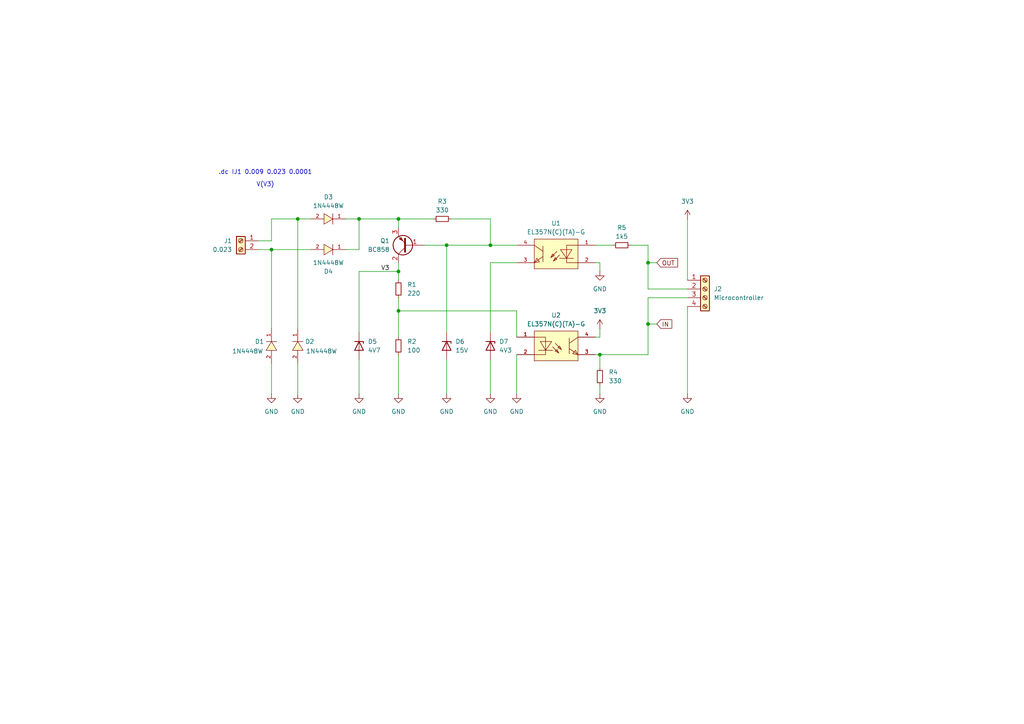
<source format=kicad_sch>
(kicad_sch (version 20231120) (generator "eeschema") (generator_version "8.0")
  (paper "A4")
  (lib_symbols
    (symbol "Connector:Screw_Terminal_01x02" (pin_names (offset 1.016) hide)
      (property "Reference" "J" (at 0 2.54 0))
      (property "Value" "Screw_Terminal_01x02" (at 0 -5.08 0))
      (symbol "Screw_Terminal_01x02_1_1"
        (rectangle (start -1.27 1.27) (end 1.27 -3.81) (stroke (width 0.254)) (fill (type background)))
        (circle (center 0 -2.54) (radius 0.635) (stroke (width 0.1524)))
        (polyline (pts (xy -0.5334 -2.2098) (xy 0.3302 -3.048)) (stroke (width 0.1524)))
        (polyline (pts (xy -0.5334 0.3302) (xy 0.3302 -0.508)) (stroke (width 0.1524)))
        (polyline (pts (xy -0.3556 -2.032) (xy 0.508 -2.8702)) (stroke (width 0.1524)))
        (polyline (pts (xy -0.3556 0.508) (xy 0.508 -0.3302)) (stroke (width 0.1524)))
        (circle (center 0 0) (radius 0.635) (stroke (width 0.1524)))
        (pin passive line (at -5.08 0 0) (length 3.81) (name "Pin_1") (number "1"))
        (pin passive line (at -5.08 -2.54 0) (length 3.81) (name "Pin_2") (number "2"))
      )
    )
    (symbol "Connector:Screw_Terminal_01x04" (pin_names (offset 1.016) hide)
      (property "Reference" "J" (at 0 5.08 0))
      (property "Value" "Screw_Terminal_01x04" (at 0 -7.62 0))
      (symbol "Screw_Terminal_01x04_1_1"
        (rectangle (start -1.27 3.81) (end 1.27 -6.35) (stroke (width 0.254)) (fill (type background)))
        (circle (center 0 -5.08) (radius 0.635) (stroke (width 0.1524)))
        (circle (center 0 -2.54) (radius 0.635) (stroke (width 0.1524)))
        (polyline (pts (xy -0.5334 -4.7498) (xy 0.3302 -5.588)) (stroke (width 0.1524)))
        (polyline (pts (xy -0.5334 -2.2098) (xy 0.3302 -3.048)) (stroke (width 0.1524)))
        (polyline (pts (xy -0.5334 0.3302) (xy 0.3302 -0.508)) (stroke (width 0.1524)))
        (polyline (pts (xy -0.5334 2.8702) (xy 0.3302 2.032)) (stroke (width 0.1524)))
        (polyline (pts (xy -0.3556 -4.572) (xy 0.508 -5.4102)) (stroke (width 0.1524)))
        (polyline (pts (xy -0.3556 -2.032) (xy 0.508 -2.8702)) (stroke (width 0.1524)))
        (polyline (pts (xy -0.3556 0.508) (xy 0.508 -0.3302)) (stroke (width 0.1524)))
        (polyline (pts (xy -0.3556 3.048) (xy 0.508 2.2098)) (stroke (width 0.1524)))
        (circle (center 0 0) (radius 0.635) (stroke (width 0.1524)))
        (circle (center 0 2.54) (radius 0.635) (stroke (width 0.1524)))
        (pin passive line (at -5.08 2.54 0) (length 3.81) (name "Pin_1") (number "1"))
        (pin passive line (at -5.08 0 0) (length 3.81) (name "Pin_2") (number "2"))
        (pin passive line (at -5.08 -2.54 0) (length 3.81) (name "Pin_3") (number "3"))
        (pin passive line (at -5.08 -5.08 0) (length 3.81) (name "Pin_4") (number "4"))
      )
    )
    (symbol "Device:D_Zener" (pin_numbers hide) (pin_names (offset 1.016) hide)
      (property "Reference" "D" (at 0 2.54 0))
      (property "Value" "D_Zener" (at 0 -2.54 0))
      (symbol "D_Zener_0_1"
        (polyline (pts (xy 1.27 0) (xy -1.27 0)))
        (polyline (pts (xy -1.27 -1.27) (xy -1.27 1.27) (xy -0.762 1.27)) (stroke (width 0.254)))
        (polyline (pts (xy 1.27 -1.27) (xy 1.27 1.27) (xy -1.27 0) (xy 1.27 -1.27)) (stroke (width 0.254)))
      )
      (symbol "D_Zener_1_1"
        (pin passive line (at -3.81 0 0) (length 2.54) (name "K") (number "1"))
        (pin passive line (at 3.81 0 180) (length 2.54) (name "A") (number "2"))
      )
    )
    (symbol "Device:Q_PNP_BCE" (pin_names (offset 0) hide)
      (property "Reference" "Q" (at 5.08 1.27 0))
      (property "Value" "Q_PNP_BCE" (at 5.08 -1.27 0))
      (symbol "Q_PNP_BCE_0_1"
        (polyline (pts (xy 0.635 0.635) (xy 2.54 2.54)))
        (polyline (pts (xy 0.635 -0.635) (xy 2.54 -2.54) (xy 2.54 -2.54)))
        (polyline (pts (xy 0.635 1.905) (xy 0.635 -1.905) (xy 0.635 -1.905)) (stroke (width 0.508)))
        (polyline (pts (xy 2.286 -1.778) (xy 1.778 -2.286) (xy 1.27 -1.27) (xy 2.286 -1.778) (xy 2.286 -1.778)) (fill (type outline)))
        (circle (center 1.27 0) (radius 2.8194) (stroke (width 0.254)))
      )
      (symbol "Q_PNP_BCE_1_1"
        (pin input line (at -5.08 0 0) (length 5.715) (name "B") (number "1"))
        (pin passive line (at 2.54 5.08 270) (length 2.54) (name "C") (number "2"))
        (pin passive line (at 2.54 -5.08 90) (length 2.54) (name "E") (number "3"))
      )
    )
    (symbol "jlcpcb-basic-resistor:0402,1.5k"
      (property "Reference" "R" (at 0.762 0.508 0))
      (property "Value" "0402,1.5k" (at 0.762 -1.016 0))
      (symbol "0402,1.5k_0_0"
        (rectangle (start -0.762 1.778) (end 0.762 -1.778) (stroke (width 0.2032)))
        (pin passive line (at 0 2.54 270) (length 0.762) (name "~") (number "1"))
        (pin passive line (at 0 -2.54 90) (length 0.762) (name "~") (number "2"))
      )
    )
    (symbol "jlcpcb-basic-resistor:0603,330"
      (property "Reference" "R" (at 0.762 0.508 0))
      (property "Value" "0603,330" (at 0.762 -1.016 0))
      (symbol "0603,330_0_0"
        (rectangle (start -0.762 1.778) (end 0.762 -1.778) (stroke (width 0.2032)))
        (pin passive line (at 0 2.54 270) (length 0.762) (name "~") (number "1"))
        (pin passive line (at 0 -2.54 90) (length 0.762) (name "~") (number "2"))
      )
    )
    (symbol "jlcpcb-basic-resistor:0805,220"
      (property "Reference" "R" (at 0.762 0.508 0))
      (property "Value" "0805,220" (at 0.762 -1.016 0))
      (symbol "0805,220_0_0"
        (rectangle (start -0.762 1.778) (end 0.762 -1.778) (stroke (width 0.2032)))
        (pin passive line (at 0 2.54 270) (length 0.762) (name "~") (number "1"))
        (pin passive line (at 0 -2.54 90) (length 0.762) (name "~") (number "2"))
      )
    )
    (symbol "jlcpcb-basic-resistor:1206,100"
      (property "Reference" "R" (at 0.762 0.508 0))
      (property "Value" "1206,100" (at 0.762 -1.016 0))
      (symbol "1206,100_0_0"
        (rectangle (start -0.762 1.778) (end 0.762 -1.778) (stroke (width 0.2032)))
        (pin passive line (at 0 2.54 270) (length 0.762) (name "~") (number "1"))
        (pin passive line (at 0 -2.54 90) (length 0.762) (name "~") (number "2"))
      )
    )
    (symbol "jlcpcb-diodes:1N4148WS_T4" (pin_names hide)
      (property "Reference" "D" (at 0 1.27 0))
      (property "Value" "1N4148WS_T4" (at 0 -2.54 0))
      (symbol "1N4148WS_T4_0_1"
        (polyline (pts (xy -1.27 -1.524) (xy -1.27 1.524)))
        (polyline (pts (xy 1.27 1.524) (xy -1.27 0) (xy 1.27 -1.524) (xy 1.27 1.524)) (fill (type background)))
        (pin unspecified line (at -5.08 0 0) (length 3.81) (name "K") (number "1"))
        (pin unspecified line (at 5.08 0 180) (length 3.81) (name "A") (number "2"))
      )
    )
    (symbol "jlcpcb-diodes:EL357N(C)(TA)-G" (pin_names hide)
      (property "Reference" "U" (at 0 1.27 0))
      (property "Value" "EL357N(C)(TA)-G" (at 0 -2.54 0))
      (symbol "EL357N(C)(TA)-G_0_1"
        (rectangle (start -6.35 4.318) (end 6.35 -4.318) (fill (type background)))
        (polyline (pts (xy -1.016 -1.27) (xy -5.08 -1.27)))
        (polyline (pts (xy -1.016 -0.254) (xy 0.762 -2.032)))
        (polyline (pts (xy -0.254 0.762) (xy 1.524 -1.016)))
        (polyline (pts (xy 3.81 -0.762) (xy 6.35 -2.54)))
        (polyline (pts (xy 3.81 2.286) (xy 3.81 -2.286)))
        (polyline (pts (xy 6.35 2.54) (xy 3.81 0.762)))
        (polyline (pts (xy -6.35 2.54) (xy -3.048 2.54) (xy -3.048 -2.54) (xy -6.35 -2.54)))
        (polyline (pts (xy -4.572 1.27) (xy -3.048 -1.27) (xy -1.27 1.27) (xy -4.572 1.27)) (fill (type background)))
        (polyline (pts (xy 0.762 -2.032) (xy 0.254 -1.016) (xy -0.254 -1.524) (xy 0.762 -2.032)) (fill (type background)))
        (polyline (pts (xy 1.524 -1.016) (xy 1.016 0) (xy 0.508 -0.508) (xy 1.524 -1.016)) (fill (type background)))
        (polyline (pts (xy 6.35 -2.54) (xy 5.588 -1.27) (xy 4.826 -2.286) (xy 6.35 -2.54)) (fill (type background)))
        (pin unspecified line (at -11.43 2.54 0) (length 5.08) (name "AN") (number "1"))
        (pin unspecified line (at -11.43 -2.54 0) (length 5.08) (name "CAT") (number "2"))
        (pin unspecified line (at 11.43 -2.54 180) (length 5.08) (name "EM") (number "3"))
        (pin unspecified line (at 11.43 2.54 180) (length 5.08) (name "COL") (number "4"))
      )
    )
    (symbol "power:+3V3" (power) (pin_numbers hide) (pin_names (offset 0) hide)
      (property "Value" "+3V3" (at 0 3.556 0))
      (symbol "+3V3_0_1"
        (polyline (pts (xy -0.762 1.27) (xy 0 2.54)))
        (polyline (pts (xy 0 0) (xy 0 2.54)))
        (polyline (pts (xy 0 2.54) (xy 0.762 1.27)))
      )
      (symbol "+3V3_1_1"
        (pin power_in line (at 0 0 90) (length 0) (name "~") (number "1"))
      )
    )
    (symbol "power:GND" (power) (pin_numbers hide) (pin_names (offset 0) hide)
      (property "Value" "GND" (at 0 -3.81 0))
      (symbol "GND_0_1"
        (polyline (pts (xy 0 0) (xy 0 -1.27) (xy 1.27 -1.27) (xy 0 -2.54) (xy -1.27 -1.27) (xy 0 -1.27)))
      )
      (symbol "GND_1_1"
        (pin power_in line (at 0 0 270) (length 0) (name "~") (number "1"))
      )
    )
  )
  (junction (at 86.36 63.5))
  (junction (at 173.99 102.87))
  (junction (at 78.74 72.39))
  (junction (at 115.57 63.5))
  (junction (at 129.54 71.12))
  (junction (at 115.57 78.74))
  (junction (at 187.96 93.98))
  (junction (at 142.24 71.12))
  (junction (at 104.14 63.5))
  (junction (at 115.57 90.17))
  (junction (at 187.96 76.2))
  (wire (pts (xy 199.39 63.5) (xy 199.39 81.28)))
  (wire (pts (xy 86.36 105.41) (xy 86.36 114.3)))
  (wire (pts (xy 74.93 69.85) (xy 78.74 69.85)))
  (wire (pts (xy 74.93 72.39) (xy 78.74 72.39)))
  (wire (pts (xy 187.96 71.12) (xy 187.96 76.2)))
  (wire (pts (xy 149.86 76.2) (xy 142.24 76.2)))
  (wire (pts (xy 104.14 78.74) (xy 104.14 96.52)))
  (wire (pts (xy 115.57 78.74) (xy 115.57 81.28)))
  (wire (pts (xy 104.14 63.5) (xy 115.57 63.5)))
  (wire (pts (xy 86.36 63.5) (xy 86.36 95.25)))
  (wire (pts (xy 187.96 93.98) (xy 187.96 86.36)))
  (wire (pts (xy 187.96 76.2) (xy 187.96 83.82)))
  (wire (pts (xy 78.74 72.39) (xy 78.74 95.25)))
  (wire (pts (xy 142.24 63.5) (xy 142.24 71.12)))
  (wire (pts (xy 182.88 71.12) (xy 187.96 71.12)))
  (wire (pts (xy 173.99 95.25) (xy 173.99 97.79)))
  (wire (pts (xy 172.72 71.12) (xy 177.8 71.12)))
  (wire (pts (xy 104.14 78.74) (xy 115.57 78.74)))
  (wire (pts (xy 104.14 63.5) (xy 104.14 72.39)))
  (wire (pts (xy 86.36 63.5) (xy 90.17 63.5)))
  (wire (pts (xy 149.86 97.79) (xy 149.86 90.17)))
  (wire (pts (xy 129.54 104.14) (xy 129.54 114.3)))
  (wire (pts (xy 100.33 72.39) (xy 104.14 72.39)))
  (wire (pts (xy 115.57 76.2) (xy 115.57 78.74)))
  (wire (pts (xy 123.19 71.12) (xy 129.54 71.12)))
  (wire (pts (xy 78.74 63.5) (xy 78.74 69.85)))
  (wire (pts (xy 187.96 86.36) (xy 199.39 86.36)))
  (wire (pts (xy 190.5 76.2) (xy 187.96 76.2)))
  (wire (pts (xy 129.54 71.12) (xy 142.24 71.12)))
  (wire (pts (xy 130.81 63.5) (xy 142.24 63.5)))
  (wire (pts (xy 142.24 71.12) (xy 149.86 71.12)))
  (wire (pts (xy 78.74 63.5) (xy 86.36 63.5)))
  (wire (pts (xy 115.57 90.17) (xy 149.86 90.17)))
  (wire (pts (xy 115.57 63.5) (xy 125.73 63.5)))
  (wire (pts (xy 199.39 88.9) (xy 199.39 114.3)))
  (wire (pts (xy 100.33 63.5) (xy 104.14 63.5)))
  (wire (pts (xy 173.99 102.87) (xy 187.96 102.87)))
  (wire (pts (xy 149.86 102.87) (xy 149.86 114.3)))
  (wire (pts (xy 172.72 102.87) (xy 173.99 102.87)))
  (wire (pts (xy 104.14 104.14) (xy 104.14 114.3)))
  (wire (pts (xy 172.72 76.2) (xy 173.99 76.2)))
  (wire (pts (xy 187.96 102.87) (xy 187.96 93.98)))
  (wire (pts (xy 129.54 96.52) (xy 129.54 71.12)))
  (wire (pts (xy 187.96 83.82) (xy 199.39 83.82)))
  (wire (pts (xy 78.74 72.39) (xy 90.17 72.39)))
  (wire (pts (xy 173.99 102.87) (xy 173.99 106.68)))
  (wire (pts (xy 142.24 76.2) (xy 142.24 96.52)))
  (wire (pts (xy 142.24 104.14) (xy 142.24 114.3)))
  (wire (pts (xy 115.57 102.87) (xy 115.57 114.3)))
  (wire (pts (xy 190.5 93.98) (xy 187.96 93.98)))
  (wire (pts (xy 173.99 76.2) (xy 173.99 78.74)))
  (wire (pts (xy 78.74 105.41) (xy 78.74 114.3)))
  (wire (pts (xy 115.57 63.5) (xy 115.57 66.04)))
  (wire (pts (xy 172.72 97.79) (xy 173.99 97.79)))
  (wire (pts (xy 173.99 111.76) (xy 173.99 114.3)))
  (wire (pts (xy 115.57 86.36) (xy 115.57 90.17)))
  (wire (pts (xy 115.57 90.17) (xy 115.57 97.79)))
  (text "V(V3)" (at 76.962 53.594 0) (effects (font (size 1.27 1.27))))
  (text ".dc IJ1 0.009 0.023 0.0001" (at 76.962 50.038 0) (effects (font (size 1.27 1.27))))
  (label "V3" (at 110.49 78.74 0))
  (global_label "IN" (shape input) (at 190.5 93.98 0) (property "Intersheetrefs" "${INTERSHEET_REFS}" (effects (hide yes))))
  (global_label "OUT" (shape input) (at 190.5 76.2 0) (property "Intersheetrefs" "${INTERSHEET_REFS}" (effects (hide yes))))
  (symbol (lib_id "Device:D_Zener") (at 142.24 100.33 270) (unit 1)
    (property "Reference" "D7" (at 144.78 99.0599 90) (effects (justify left)))
    (property "Value" "4V3" (at 144.78 101.5999 90) (effects (justify left)))
    (property "Footprint" "footprint:SOD-123_L2.7-W1.6-LS3.7-RD-1" (effects (hide yes)))
    (property "Description" "Zener diode" (effects (hide yes)))
    (property "Sim.Device" "D" (effects (hide yes)))
    (property "Sim.Pins" "1=A 2=K" (effects (hide yes)))
    (property "LCSC" "C726993" (effects (hide yes)))
    (property "Sim.Params" "bv=4.3 ibv=0.001" (effects (hide yes)))
  )
  (symbol (lib_id "jlcpcb-basic-resistor:0603,330") (at 128.27 63.5 90) (unit 1)
    (property "Reference" "R3" (at 128.27 58.42 90))
    (property "Value" "330" (at 128.27 60.96 90))
    (property "Footprint" "footprint:0603_1608Metric" (effects (hide yes)))
    (property "Datasheet" "https://datasheet.lcsc.com/lcsc/2110252130_UNI-ROYAL-Uniroyal-Elec-0603WAF3300T5E_C23138.pdf" (effects (hide yes)))
    (property "Description" "1% 1 10W Thick Film Resistors 75V   100ppm    -55    155   330   0603 Chip Resistor - Surface Mount ROHS" (effects (hide yes)))
    (property "LCSC" "C23138" (effects (hide yes)))
    (property "MFG" "UNI-ROYAL(Uniroyal Elec)" (effects (hide yes)))
    (property "MFGPN" "0603WAF3300T5E" (effects (hide yes)))
    (property "Sim.Device" "R" (effects (hide yes)))
    (property "Sim.Pins" "1=+ 2=-" (effects (hide yes)))
  )
  (symbol (lib_id "jlcpcb-basic-resistor:0402,1.5k") (at 180.34 71.12 90) (unit 1) (exclude_from_sim yes)
    (property "Reference" "R5" (at 180.34 66.04 90))
    (property "Value" "1k5" (at 180.34 68.58 90))
    (property "Footprint" "footprint:0402_1005Metric" (effects (hide yes)))
    (property "Datasheet" "https://datasheet.lcsc.com/lcsc/2110260030_UNI-ROYAL-Uniroyal-Elec-0402WGF1501TCE_C25867.pdf" (effects (hide yes)))
    (property "Description" "1% 1 16W Thick Film Resistors 50V   100ppm    -55    155   1 5k   0402 Chip Resistor - Surface Mount ROHS" (effects (hide yes)))
    (property "LCSC" "C25867" (effects (hide yes)))
    (property "MFG" "UNI-ROYAL(Uniroyal Elec)" (effects (hide yes)))
    (property "MFGPN" "0402WGF1501TCE" (effects (hide yes)))
  )
  (symbol (lib_id "power:+3V3") (at 199.39 63.5 0) (unit 1)
    (property "Reference" "#PWR011" (effects (hide yes)))
    (property "Value" "3V3" (at 199.39 58.42 0))
    (property "Description" "Power symbol creates a global label with name \"+3V3\"" (effects (hide yes)))
  )
  (symbol (lib_id "Device:D_Zener") (at 129.54 100.33 270) (unit 1)
    (property "Reference" "D6" (at 132.08 99.0599 90) (effects (justify left)))
    (property "Value" "15V" (at 132.08 101.5999 90) (effects (justify left)))
    (property "Footprint" "footprint:SOD-123_L2.7-W1.6-LS3.7-RD-1" (effects (hide yes)))
    (property "Description" "Zener diode" (effects (hide yes)))
    (property "Sim.Device" "D" (effects (hide yes)))
    (property "Sim.Pins" "1=A 2=K" (effects (hide yes)))
    (property "LCSC" " C2104" (effects (hide yes)))
    (property "Sim.Params" "bv=15 ibv=0.001" (effects (hide yes)))
  )
  (symbol (lib_id "Connector:Screw_Terminal_01x02") (at 69.85 69.85 0) (mirror y) (unit 1)
    (property "Reference" "J1" (at 67.31 69.8499 0) (effects (justify left)))
    (property "Value" "0.023" (at 67.31 72.3899 0) (effects (justify left)))
    (property "Footprint" "TerminalBlock_RND:TerminalBlock_RND_205-00001_1x02_P5.00mm_Horizontal" (effects (hide yes)))
    (property "Description" "Generic screw terminal, single row, 01x02, script generated (kicad-library-utils/schlib/autogen/connector/)" (effects (hide yes)))
    (property "Sim.Device" "I" (effects (hide yes)))
    (property "Sim.Pins" "1=+ 2=-" (effects (hide yes)))
    (property "LCSC" "C395849" (effects (hide yes)))
    (property "Sim.Type" "DC" (effects (hide yes)))
  )
  (symbol (lib_id "jlcpcb-diodes:1N4148WS_T4") (at 86.36 100.33 270) (unit 1)
    (property "Reference" "D2" (at 91.186 99.06 90) (effects (justify right)))
    (property "Value" "1N4448W" (at 97.79 101.854 90) (effects (justify right)))
    (property "Footprint" "footprint:SOD-123_L2.7-W1.6-LS3.7-RD-1" (effects (hide yes)))
    (property "Datasheet" "https://wmsc.lcsc.com/wmsc/upload/file/pdf/v2/lcsc/2306291028_XZT-1N4448W_C5805633.pdf" (effects (hide yes)))
    (property "Description" "100V 1.25V@100mA 4ns 150mA SOD-123 Switching Diodes ROHS" (effects (hide yes)))
    (property "LCSC" "C5805633" (effects (hide yes)))
    (property "Sim.Device" "D" (effects (hide yes)))
    (property "Sim.Pins" "1=A 2=K" (effects (hide yes)))
  )
  (symbol (lib_id "jlcpcb-basic-resistor:0805,220") (at 115.57 83.82 0) (unit 1)
    (property "Reference" "R1" (at 118.11 82.5499 0) (effects (justify left)))
    (property "Value" "220" (at 118.11 85.0899 0) (effects (justify left)))
    (property "Footprint" "footprint:0805_2012Metric" (effects (hide yes)))
    (property "Datasheet" "https://datasheet.lcsc.com/lcsc/2110251830_UNI-ROYAL-Uniroyal-Elec-0805W8F2200T5E_C17557.pdf" (effects (hide yes)))
    (property "Description" "1% 1 8W Thick Film Resistors 150V   100ppm    -55    155   220   0805 Chip Resistor - Surface Mount ROHS" (effects (hide yes)))
    (property "LCSC" "C17557" (effects (hide yes)))
    (property "MFG" "UNI-ROYAL(Uniroyal Elec)" (effects (hide yes)))
    (property "MFGPN" "0805W8F2200T5E" (effects (hide yes)))
    (property "Sim.Device" "R" (effects (hide yes)))
    (property "Sim.Pins" "1=+ 2=-" (effects (hide yes)))
  )
  (symbol (lib_id "power:GND") (at 129.54 114.3 0) (unit 1)
    (property "Reference" "#PWR05" (effects (hide yes)))
    (property "Value" "GND" (at 129.54 119.38 0))
    (property "Description" "Power symbol creates a global label with name \"GND\" , ground" (effects (hide yes)))
  )
  (symbol (lib_id "power:GND") (at 173.99 114.3 0) (unit 1)
    (property "Reference" "#PWR010" (effects (hide yes)))
    (property "Value" "GND" (at 173.99 119.38 0))
    (property "Description" "Power symbol creates a global label with name \"GND\" , ground" (effects (hide yes)))
  )
  (symbol (lib_id "jlcpcb-diodes:1N4148WS_T4") (at 95.25 72.39 180) (unit 1)
    (property "Reference" "D4" (at 95.25 78.74 0))
    (property "Value" "1N4448W" (at 95.25 76.2 0))
    (property "Footprint" "footprint:SOD-123_L2.7-W1.6-LS3.7-RD-1" (effects (hide yes)))
    (property "Datasheet" "https://wmsc.lcsc.com/wmsc/upload/file/pdf/v2/lcsc/2306291028_XZT-1N4448W_C5805633.pdf" (effects (hide yes)))
    (property "Description" "100V 1.25V@100mA 4ns 150mA SOD-123 Switching Diodes ROHS" (effects (hide yes)))
    (property "LCSC" "C5805633" (effects (hide yes)))
    (property "Sim.Device" "D" (effects (hide yes)))
    (property "Sim.Pins" "1=A 2=K" (effects (hide yes)))
  )
  (symbol (lib_id "jlcpcb-diodes:1N4148WS_T4") (at 78.74 100.33 90) (mirror x) (unit 1)
    (property "Reference" "D1" (at 73.914 99.06 90) (effects (justify right)))
    (property "Value" "1N4448W" (at 67.31 101.854 90) (effects (justify right)))
    (property "Footprint" "footprint:SOD-123_L2.7-W1.6-LS3.7-RD-1" (effects (hide yes)))
    (property "Datasheet" "https://wmsc.lcsc.com/wmsc/upload/file/pdf/v2/lcsc/2306291028_XZT-1N4448W_C5805633.pdf" (effects (hide yes)))
    (property "Description" "100V 1.25V@100mA 4ns 150mA SOD-123 Switching Diodes ROHS" (effects (hide yes)))
    (property "LCSC" "C5805633" (effects (hide yes)))
    (property "Sim.Device" "D" (effects (hide yes)))
    (property "Sim.Pins" "1=A 2=K" (effects (hide yes)))
  )
  (symbol (lib_id "power:+3V3") (at 173.99 95.25 0) (unit 1)
    (property "Reference" "#PWR09" (effects (hide yes)))
    (property "Value" "3V3" (at 173.99 90.17 0))
    (property "Description" "Power symbol creates a global label with name \"+3V3\"" (effects (hide yes)))
  )
  (symbol (lib_id "power:GND") (at 199.39 114.3 0) (unit 1)
    (property "Reference" "#PWR012" (effects (hide yes)))
    (property "Value" "GND" (at 199.39 119.38 0))
    (property "Description" "Power symbol creates a global label with name \"GND\" , ground" (effects (hide yes)))
  )
  (symbol (lib_id "power:GND") (at 86.36 114.3 0) (unit 1)
    (property "Reference" "#PWR02" (effects (hide yes)))
    (property "Value" "GND" (at 86.36 119.38 0))
    (property "Description" "Power symbol creates a global label with name \"GND\" , ground" (effects (hide yes)))
  )
  (symbol (lib_id "power:GND") (at 142.24 114.3 0) (unit 1)
    (property "Reference" "#PWR06" (effects (hide yes)))
    (property "Value" "GND" (at 142.24 119.38 0))
    (property "Description" "Power symbol creates a global label with name \"GND\" , ground" (effects (hide yes)))
  )
  (symbol (lib_id "Device:D_Zener") (at 104.14 100.33 270) (unit 1)
    (property "Reference" "D5" (at 106.68 99.0599 90) (effects (justify left)))
    (property "Value" "4V7" (at 106.68 101.5999 90) (effects (justify left)))
    (property "Footprint" "footprint:SOD-123_L2.7-W1.6-LS3.7-RD-1" (effects (hide yes)))
    (property "Datasheet" "https://wmsc.lcsc.com/wmsc/upload/file/pdf/v2/lcsc/2404091617_hongjiacheng-MM1Z4V7_C22379458.pdf" (effects (hide yes)))
    (property "Description" "MM1Z4V7" (effects (hide yes)))
    (property "Sim.Device" "D" (effects (hide yes)))
    (property "Sim.Pins" "1=A 2=K" (effects (hide yes)))
    (property "LCSC" "C22379458" (effects (hide yes)))
    (property "Sim.Params" "bv=4.7 ibv=0.001" (effects (hide yes)))
  )
  (symbol (lib_id "jlcpcb-basic-resistor:0603,330") (at 173.99 109.22 180) (unit 1)
    (property "Reference" "R4" (at 176.53 107.9499 0) (effects (justify right)))
    (property "Value" "330" (at 176.53 110.4899 0) (effects (justify right)))
    (property "Footprint" "footprint:0603_1608Metric" (effects (hide yes)))
    (property "Datasheet" "https://datasheet.lcsc.com/lcsc/2110252130_UNI-ROYAL-Uniroyal-Elec-0603WAF3300T5E_C23138.pdf" (effects (hide yes)))
    (property "Description" "1% 1 10W Thick Film Resistors 75V   100ppm    -55    155   330   0603 Chip Resistor - Surface Mount ROHS" (effects (hide yes)))
    (property "LCSC" "C23138" (effects (hide yes)))
    (property "MFG" "UNI-ROYAL(Uniroyal Elec)" (effects (hide yes)))
    (property "MFGPN" "0603WAF3300T5E" (effects (hide yes)))
  )
  (symbol (lib_id "jlcpcb-basic-resistor:1206,100") (at 115.57 100.33 0) (unit 1)
    (property "Reference" "R2" (at 118.11 99.0599 0) (effects (justify left)))
    (property "Value" "100" (at 118.11 101.5999 0) (effects (justify left)))
    (property "Footprint" "footprint:1206_3216Metric" (effects (hide yes)))
    (property "Datasheet" "https://datasheet.lcsc.com/lcsc/2110251930_UNI-ROYAL-Uniroyal-Elec-1206W4F1000T5E_C17901.pdf" (effects (hide yes)))
    (property "Description" "1% 1 4W Thick Film Resistors 200V   100ppm    -55    155   100   1206 Chip Resistor - Surface Mount ROHS" (effects (hide yes)))
    (property "LCSC" "C17901" (effects (hide yes)))
    (property "MFG" "UNI-ROYAL(Uniroyal Elec)" (effects (hide yes)))
    (property "MFGPN" "1206W4F1000T5E" (effects (hide yes)))
  )
  (symbol (lib_id "jlcpcb-diodes:EL357N(C)(TA)-G") (at 161.29 100.33 0) (unit 1) (exclude_from_sim yes)
    (property "Reference" "U2" (at 161.29 91.44 0))
    (property "Value" "EL357N(C)(TA)-G" (at 161.29 93.98 0))
    (property "Footprint" "footprint:OPTO-SMD-4_L4.4-W4.1-P2.54-LS7.0-TL" (effects (hide yes)))
    (property "Datasheet" "https://item.szlcsc.com/7114.html" (effects (hide yes)))
    (property "LCSC" "C29981" (effects (hide yes)))
    (property "Sim.Device" "SW" (effects (hide yes)))
    (property "Sim.Pins" "1=ctrl+ 2=ctrl- 3=no+ 4=no-" (effects (hide yes)))
    (property "Sim.Type" "I" (effects (hide yes)))
    (property "Sim.Params" "thr=0.005 his=0 ron=0.01 roff=1000 ic=off" (effects (hide yes)))
  )
  (symbol (lib_id "Connector:Screw_Terminal_01x04") (at 204.47 83.82 0) (unit 1) (exclude_from_sim yes)
    (property "Reference" "J2" (at 207.01 83.8199 0) (effects (justify left)))
    (property "Value" "Microcontroller" (at 207.01 86.3599 0) (effects (justify left)))
    (property "Footprint" "TerminalBlock_4Ucon:TerminalBlock_4Ucon_1x04_P3.50mm_Vertical" (effects (hide yes)))
    (property "Description" "Generic screw terminal, single row, 01x04, script generated (kicad-library-utils/schlib/autogen/connector/)" (effects (hide yes)))
    (property "LCSC" "C557656" (effects (hide yes)))
  )
  (symbol (lib_id "power:GND") (at 104.14 114.3 0) (unit 1)
    (property "Reference" "#PWR03" (effects (hide yes)))
    (property "Value" "GND" (at 104.14 119.38 0))
    (property "Description" "Power symbol creates a global label with name \"GND\" , ground" (effects (hide yes)))
  )
  (symbol (lib_id "power:GND") (at 115.57 114.3 0) (unit 1)
    (property "Reference" "#PWR04" (effects (hide yes)))
    (property "Value" "GND" (at 115.57 119.38 0))
    (property "Description" "Power symbol creates a global label with name \"GND\" , ground" (effects (hide yes)))
  )
  (symbol (lib_id "jlcpcb-diodes:1N4148WS_T4") (at 95.25 63.5 0) (mirror y) (unit 1)
    (property "Reference" "D3" (at 95.25 57.15 0))
    (property "Value" "1N4448W" (at 95.25 59.69 0))
    (property "Footprint" "footprint:SOD-123_L2.7-W1.6-LS3.7-RD-1" (effects (hide yes)))
    (property "Datasheet" "https://wmsc.lcsc.com/wmsc/upload/file/pdf/v2/lcsc/2306291028_XZT-1N4448W_C5805633.pdf" (effects (hide yes)))
    (property "Description" "100V 1.25V@100mA 4ns 150mA SOD-123 Switching Diodes ROHS" (effects (hide yes)))
    (property "LCSC" "C5805633" (effects (hide yes)))
    (property "Sim.Device" "D" (effects (hide yes)))
    (property "Sim.Pins" "1=A 2=K" (effects (hide yes)))
  )
  (symbol (lib_id "power:GND") (at 149.86 114.3 0) (unit 1)
    (property "Reference" "#PWR07" (effects (hide yes)))
    (property "Value" "GND" (at 149.86 119.38 0))
    (property "Description" "Power symbol creates a global label with name \"GND\" , ground" (effects (hide yes)))
  )
  (symbol (lib_id "power:GND") (at 173.99 78.74 0) (unit 1)
    (property "Reference" "#PWR08" (effects (hide yes)))
    (property "Value" "GND" (at 173.99 83.82 0))
    (property "Description" "Power symbol creates a global label with name \"GND\" , ground" (effects (hide yes)))
  )
  (symbol (lib_id "jlcpcb-diodes:EL357N(C)(TA)-G") (at 161.29 73.66 0) (mirror y) (unit 1) (exclude_from_sim yes)
    (property "Reference" "U1" (at 161.29 64.77 0))
    (property "Value" "EL357N(C)(TA)-G" (at 161.29 67.31 0))
    (property "Footprint" "footprint:OPTO-SMD-4_L4.4-W4.1-P2.54-LS7.0-TL" (effects (hide yes)))
    (property "Datasheet" "https://item.szlcsc.com/7114.html" (effects (hide yes)))
    (property "LCSC" "C29981" (effects (hide yes)))
    (property "Sim.Device" "SW" (effects (hide yes)))
    (property "Sim.Pins" "1=ctrl+ 2=ctrl- 3=no+ 4=no-" (effects (hide yes)))
    (property "Sim.Type" "I" (effects (hide yes)))
    (property "Sim.Params" "thr=0.005 his=0 ron=0.001 roff=1000 ic=on" (effects (hide yes)))
  )
  (symbol (lib_id "power:GND") (at 78.74 114.3 0) (unit 1)
    (property "Reference" "#PWR01" (effects (hide yes)))
    (property "Value" "GND" (at 78.74 119.38 0))
    (property "Description" "Power symbol creates a global label with name \"GND\" , ground" (effects (hide yes)))
  )
  (symbol (lib_id "Device:Q_PNP_BCE") (at 118.11 71.12 180) (unit 1)
    (property "Reference" "Q1" (at 113.03 69.8499 0) (effects (justify left)))
    (property "Value" "BC858" (at 113.03 72.3899 0) (effects (justify left)))
    (property "Footprint" "footprint:SOT-23-3_L2.9-W1.3-P1.90-LS2.4-BR" (effects (hide yes)))
    (property "Description" "PNP transistor, base/collector/emitter" (effects (hide yes)))
    (property "LCSC" "C549539" (effects (hide yes)))
    (property "Sim.Device" "PNP" (effects (hide yes)))
    (property "Sim.Pins" "1=B 2=C 3=E" (effects (hide yes)))
    (property "Sim.Type" "HICUML2" (effects (hide yes)))
    (property "Sim.Params" "hfe=500" (effects (hide yes)))
  )
)
</source>
